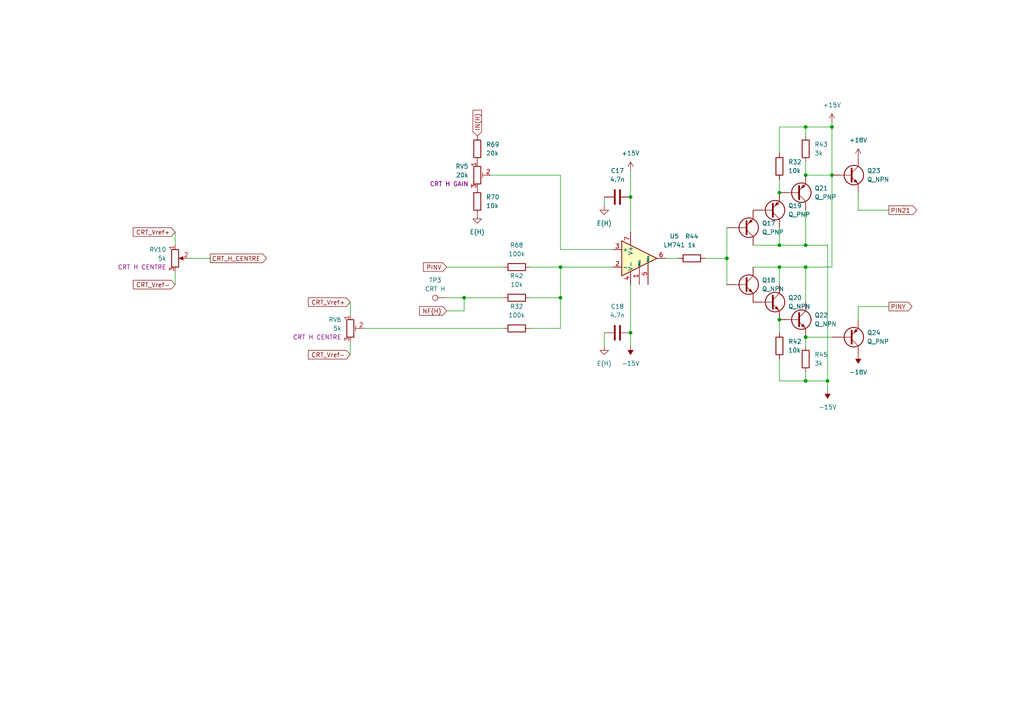
<source format=kicad_sch>
(kicad_sch (version 20250114) (generator "eeschema") (generator_version "9.0")
  (paper "A4")
  (lib_symbols
    (symbol "Amplifier_Operational:LM741" (pin_names (offset 0.127))
      (property "Reference" "U" (at 0 6.35 0))
      (property "Value" "LM741" (at 0 3.81 0))
      (symbol "LM741_0_1"
        (polyline (pts (xy -5.08 5.08) (xy 5.08 0) (xy -5.08 -5.08) (xy -5.08 5.08)) (stroke (width 0.254)) (fill (type background)))
      )
      (symbol "LM741_1_1"
        (pin input line (at -7.62 2.54 0) (length 2.54) (name "+") (number "3"))
        (pin input line (at -7.62 -2.54 0) (length 2.54) (name "-") (number "2"))
        (pin power_in line (at -2.54 7.62 270) (length 3.81) (name "V+") (number "7"))
        (pin power_in line (at -2.54 -7.62 90) (length 3.81) (name "V-") (number "4"))
        (pin no_connect line (at 0 2.54 270) (length 2.54) (hide yes) (name "NC") (number "8"))
        (pin input line (at 0 -7.62 90) (length 5.08) (name "NULL") (number "1"))
        (pin input line (at 2.54 -7.62 90) (length 6.35) (name "NULL") (number "5"))
        (pin output line (at 7.62 0 180) (length 2.54) (name "~") (number "6"))
      )
    )
    (symbol "Connector:TestPoint" (pin_numbers (hide yes)) (pin_names (offset 0.762) (hide yes))
      (property "Reference" "TP" (at 0 6.858 0))
      (property "Value" "TestPoint" (at 0 5.08 0))
      (symbol "TestPoint_0_1"
        (circle (center 0 3.302) (radius 0.762))
      )
      (symbol "TestPoint_1_1"
        (pin passive line (at 0 0 90) (length 2.54) (name "1") (number "1"))
      )
    )
    (symbol "Device:C" (pin_numbers (hide yes)) (pin_names (offset 0.254))
      (property "Reference" "C" (at 0.635 2.54 0))
      (property "Value" "C" (at 0.635 -2.54 0))
      (symbol "C_0_1"
        (polyline (pts (xy -2.032 0.762) (xy 2.032 0.762)) (stroke (width 0.508)))
        (polyline (pts (xy -2.032 -0.762) (xy 2.032 -0.762)) (stroke (width 0.508)))
      )
      (symbol "C_1_1"
        (pin passive line (at 0 3.81 270) (length 2.794) (name "~") (number "1"))
        (pin passive line (at 0 -3.81 90) (length 2.794) (name "~") (number "2"))
      )
    )
    (symbol "Device:Q_NPN" (pin_numbers (hide yes)) (pin_names (offset 0) (hide yes))
      (property "Reference" "Q" (at 5.08 1.27 0))
      (property "Value" "Q_NPN" (at 5.08 -1.27 0))
      (symbol "Q_NPN_0_1"
        (polyline (pts (xy -2.54 0) (xy 0.635 0)))
        (polyline (pts (xy 0.635 1.905) (xy 0.635 -1.905)) (stroke (width 0.508)))
        (polyline (pts (xy 0.635 0.635) (xy 2.54 2.54)))
        (polyline (pts (xy 0.635 -0.635) (xy 2.54 -2.54)))
        (circle (center 1.27 0) (radius 2.8194) (stroke (width 0.254)))
        (polyline (pts (xy 1.27 -1.778) (xy 1.778 -1.27) (xy 2.286 -2.286) (xy 1.27 -1.778)) (fill (type outline)))
      )
      (symbol "Q_NPN_1_1"
        (pin input line (at -5.08 0 0) (length 2.54) (name "B") (number "B"))
        (pin passive line (at 2.54 5.08 270) (length 2.54) (name "C") (number "C"))
        (pin passive line (at 2.54 -5.08 90) (length 2.54) (name "E") (number "E"))
      )
    )
    (symbol "Device:Q_PNP" (pin_numbers (hide yes)) (pin_names (offset 0) (hide yes))
      (property "Reference" "Q" (at 5.08 1.27 0))
      (property "Value" "Q_PNP" (at 5.08 -1.27 0))
      (symbol "Q_PNP_0_1"
        (polyline (pts (xy -2.54 0) (xy 0.635 0)))
        (polyline (pts (xy 0.635 1.905) (xy 0.635 -1.905)) (stroke (width 0.508)))
        (polyline (pts (xy 0.635 0.635) (xy 2.54 2.54)))
        (polyline (pts (xy 0.635 -0.635) (xy 2.54 -2.54)))
        (circle (center 1.27 0) (radius 2.8194) (stroke (width 0.254)))
        (polyline (pts (xy 2.286 -1.778) (xy 1.778 -2.286) (xy 1.27 -1.27) (xy 2.286 -1.778)) (fill (type outline)))
      )
      (symbol "Q_PNP_1_1"
        (pin input line (at -5.08 0 0) (length 2.54) (name "B") (number "B"))
        (pin passive line (at 2.54 5.08 270) (length 2.54) (name "C") (number "C"))
        (pin passive line (at 2.54 -5.08 90) (length 2.54) (name "E") (number "E"))
      )
    )
    (symbol "Device:R" (pin_numbers (hide yes)) (pin_names (offset 0))
      (property "Reference" "R" (at 2.032 0 90))
      (property "Value" "R" (at 0 0 90))
      (symbol "R_0_1"
        (rectangle (start -1.016 -2.54) (end 1.016 2.54) (stroke (width 0.254)))
      )
      (symbol "R_1_1"
        (pin passive line (at 0 3.81 270) (length 1.27) (name "~") (number "1"))
        (pin passive line (at 0 -3.81 90) (length 1.27) (name "~") (number "2"))
      )
    )
    (symbol "Device:R_Potentiometer" (pin_names (offset 1.016) (hide yes))
      (property "Reference" "RV" (at -4.445 0 90))
      (property "Value" "R_Potentiometer" (at -2.54 0 90))
      (symbol "R_Potentiometer_0_1"
        (rectangle (start 1.016 2.54) (end -1.016 -2.54) (stroke (width 0.254)))
        (polyline (pts (xy 1.143 0) (xy 2.286 0.508) (xy 2.286 -0.508) (xy 1.143 0)) (fill (type outline)))
        (polyline (pts (xy 2.54 0) (xy 1.524 0)))
      )
      (symbol "R_Potentiometer_1_1"
        (pin passive line (at 0 3.81 270) (length 1.27) (name "1") (number "1"))
        (pin passive line (at 0 -3.81 90) (length 1.27) (name "3") (number "3"))
        (pin passive line (at 3.81 0 180) (length 1.27) (name "2") (number "2"))
      )
    )
    (symbol "Device:R_Potentiometer_Trim" (pin_names (offset 1.016) (hide yes))
      (property "Reference" "RV" (at -4.445 0 90))
      (property "Value" "R_Potentiometer_Trim" (at -2.54 0 90))
      (symbol "R_Potentiometer_Trim_0_1"
        (rectangle (start 1.016 2.54) (end -1.016 -2.54) (stroke (width 0.254)))
        (polyline (pts (xy 1.524 0.762) (xy 1.524 -0.762)))
        (polyline (pts (xy 2.54 0) (xy 1.524 0)))
      )
      (symbol "R_Potentiometer_Trim_1_1"
        (pin passive line (at 0 3.81 270) (length 1.27) (name "1") (number "1"))
        (pin passive line (at 0 -3.81 90) (length 1.27) (name "3") (number "3"))
        (pin passive line (at 3.81 0 180) (length 1.27) (name "2") (number "2"))
      )
    )
    (symbol "power:+15V" (power) (pin_numbers (hide yes)) (pin_names (offset 0) (hide yes))
      (property "Value" "+15V" (at 0 3.556 0))
      (symbol "+15V_0_1"
        (polyline (pts (xy -0.762 1.27) (xy 0 2.54)))
        (polyline (pts (xy 0 2.54) (xy 0.762 1.27)))
        (polyline (pts (xy 0 0) (xy 0 2.54)))
      )
      (symbol "+15V_1_1"
        (pin power_in line (at 0 0 90) (length 0) (name "~") (number "1"))
      )
    )
    (symbol "power:-15V" (power) (pin_numbers (hide yes)) (pin_names (offset 0) (hide yes))
      (property "Value" "-15V" (at 0 3.556 0))
      (symbol "-15V_0_0"
        (pin power_in line (at 0 0 90) (length 0) (name "~") (number "1"))
      )
      (symbol "-15V_0_1"
        (polyline (pts (xy 0 0) (xy 0 1.27) (xy 0.762 1.27) (xy 0 2.54) (xy -0.762 1.27) (xy 0 1.27)) (fill (type outline)))
      )
    )
    (symbol "power:GND" (power) (pin_numbers (hide yes)) (pin_names (offset 0) (hide yes))
      (property "Value" "GND" (at 0 -3.81 0))
      (symbol "GND_0_1"
        (polyline (pts (xy 0 0) (xy 0 -1.27) (xy 1.27 -1.27) (xy 0 -2.54) (xy -1.27 -1.27) (xy 0 -1.27)))
      )
      (symbol "GND_1_1"
        (pin power_in line (at 0 0 270) (length 0) (name "~") (number "1"))
      )
    )
  )
  (junction (at 233.68 50.8))
  (junction (at 241.3 50.8))
  (junction (at 182.88 96.52))
  (junction (at 226.06 92.71))
  (junction (at 240.03 110.49))
  (junction (at 226.06 55.88))
  (junction (at 182.88 57.15))
  (junction (at 233.68 97.79))
  (junction (at 210.82 74.93))
  (junction (at 233.68 36.83))
  (junction (at 233.68 71.12))
  (junction (at 226.06 71.12))
  (junction (at 134.62 86.36))
  (junction (at 162.56 77.47))
  (junction (at 162.56 86.36))
  (junction (at 233.68 110.49))
  (junction (at 233.68 77.47))
  (junction (at 241.3 36.83))
  (junction (at 226.06 77.47))
  (wire (pts (xy 146.05 86.36) (xy 134.62 86.36)))
  (wire (pts (xy 210.82 74.93) (xy 210.82 82.55)))
  (wire (pts (xy 101.6 99.06) (xy 101.6 102.87)))
  (wire (pts (xy 193.04 74.93) (xy 196.85 74.93)))
  (wire (pts (xy 162.56 50.8) (xy 162.56 72.39)))
  (wire (pts (xy 162.56 77.47) (xy 162.56 86.36)))
  (wire (pts (xy 233.68 60.96) (xy 233.68 71.12)))
  (wire (pts (xy 129.54 77.47) (xy 146.05 77.47)))
  (wire (pts (xy 248.92 92.71) (xy 248.92 88.9)))
  (wire (pts (xy 233.68 107.95) (xy 233.68 110.49)))
  (wire (pts (xy 134.62 86.36) (xy 134.62 90.17)))
  (wire (pts (xy 129.54 86.36) (xy 134.62 86.36)))
  (wire (pts (xy 210.82 66.04) (xy 210.82 74.93)))
  (wire (pts (xy 226.06 104.14) (xy 226.06 110.49)))
  (wire (pts (xy 182.88 96.52) (xy 182.88 82.55)))
  (wire (pts (xy 226.06 52.07) (xy 226.06 55.88)))
  (wire (pts (xy 233.68 36.83) (xy 241.3 36.83)))
  (wire (pts (xy 240.03 71.12) (xy 233.68 71.12)))
  (wire (pts (xy 182.88 100.33) (xy 182.88 96.52)))
  (wire (pts (xy 142.24 50.8) (xy 162.56 50.8)))
  (wire (pts (xy 226.06 66.04) (xy 226.06 71.12)))
  (wire (pts (xy 226.06 77.47) (xy 226.06 82.55)))
  (wire (pts (xy 204.47 74.93) (xy 210.82 74.93)))
  (wire (pts (xy 182.88 57.15) (xy 182.88 67.31)))
  (wire (pts (xy 233.68 71.12) (xy 226.06 71.12)))
  (wire (pts (xy 153.67 95.25) (xy 162.56 95.25)))
  (wire (pts (xy 182.88 49.53) (xy 182.88 57.15)))
  (wire (pts (xy 233.68 87.63) (xy 233.68 77.47)))
  (wire (pts (xy 241.3 77.47) (xy 233.68 77.47)))
  (wire (pts (xy 50.8 67.31) (xy 50.8 71.12)))
  (wire (pts (xy 162.56 77.47) (xy 177.8 77.47)))
  (wire (pts (xy 218.44 77.47) (xy 226.06 77.47)))
  (wire (pts (xy 233.68 77.47) (xy 226.06 77.47)))
  (wire (pts (xy 226.06 36.83) (xy 233.68 36.83)))
  (wire (pts (xy 50.8 78.74) (xy 50.8 82.55)))
  (wire (pts (xy 240.03 113.03) (xy 240.03 110.49)))
  (wire (pts (xy 248.92 88.9) (xy 257.81 88.9)))
  (wire (pts (xy 226.06 44.45) (xy 226.06 36.83)))
  (wire (pts (xy 129.54 90.17) (xy 134.62 90.17)))
  (wire (pts (xy 226.06 110.49) (xy 233.68 110.49)))
  (wire (pts (xy 241.3 35.56) (xy 241.3 36.83)))
  (wire (pts (xy 105.41 95.25) (xy 146.05 95.25)))
  (wire (pts (xy 175.26 100.33) (xy 175.26 96.52)))
  (wire (pts (xy 233.68 46.99) (xy 233.68 50.8)))
  (wire (pts (xy 248.92 55.88) (xy 248.92 60.96)))
  (wire (pts (xy 218.44 71.12) (xy 226.06 71.12)))
  (wire (pts (xy 54.61 74.93) (xy 60.96 74.93)))
  (wire (pts (xy 241.3 36.83) (xy 241.3 50.8)))
  (wire (pts (xy 162.56 72.39) (xy 177.8 72.39)))
  (wire (pts (xy 233.68 50.8) (xy 241.3 50.8)))
  (wire (pts (xy 241.3 50.8) (xy 241.3 77.47)))
  (wire (pts (xy 226.06 92.71) (xy 226.06 96.52)))
  (wire (pts (xy 153.67 77.47) (xy 162.56 77.47)))
  (wire (pts (xy 233.68 39.37) (xy 233.68 36.83)))
  (wire (pts (xy 175.26 59.69) (xy 175.26 57.15)))
  (wire (pts (xy 233.68 97.79) (xy 233.68 100.33)))
  (wire (pts (xy 153.67 86.36) (xy 162.56 86.36)))
  (wire (pts (xy 162.56 95.25) (xy 162.56 86.36)))
  (wire (pts (xy 233.68 110.49) (xy 240.03 110.49)))
  (wire (pts (xy 240.03 110.49) (xy 240.03 71.12)))
  (wire (pts (xy 241.3 97.79) (xy 233.68 97.79)))
  (wire (pts (xy 101.6 87.63) (xy 101.6 91.44)))
  (wire (pts (xy 248.92 60.96) (xy 257.81 60.96)))
  (global_label "PINY" (shape output) (at 257.81 88.9 0) (property "Intersheetrefs" "${INTERSHEET_REFS}" (effects (hide yes))))
  (global_label "CRT_Vref-" (shape input) (at 50.8 82.55 180) (property "Intersheetrefs" "${INTERSHEET_REFS}" (effects (hide yes))))
  (global_label "NF(H)" (shape input) (at 129.54 90.17 180) (property "Intersheetrefs" "${INTERSHEET_REFS}" (effects (hide yes))))
  (global_label "PIN21" (shape output) (at 257.81 60.96 0) (property "Intersheetrefs" "${INTERSHEET_REFS}" (effects (hide yes))))
  (global_label "CRT_Vref+" (shape input) (at 101.6 87.63 180) (property "Intersheetrefs" "${INTERSHEET_REFS}" (effects (hide yes))))
  (global_label "CRT_Vref+" (shape input) (at 50.8 67.31 180) (property "Intersheetrefs" "${INTERSHEET_REFS}" (effects (hide yes))))
  (global_label "IN(H)" (shape input) (at 138.43 39.37 90) (property "Intersheetrefs" "${INTERSHEET_REFS}" (effects (hide yes))))
  (global_label "CRT_Vref-" (shape input) (at 101.6 102.87 180) (property "Intersheetrefs" "${INTERSHEET_REFS}" (effects (hide yes))))
  (global_label "PINV" (shape input) (at 129.54 77.47 180) (property "Intersheetrefs" "${INTERSHEET_REFS}" (effects (hide yes))))
  (global_label "CRT_H_CENTRE" (shape output) (at 60.96 74.93 0) (property "Intersheetrefs" "${INTERSHEET_REFS}" (effects (hide yes))))
  (symbol (lib_id "Device:C") (at 179.07 57.15 90) (unit 1)
    (property "Reference" "C17" (at 179.07 49.53 90))
    (property "Value" "4.7n" (at 179.07 52.07 90))
    (property "Description" "Unpolarized capacitor" (effects (hide yes)))
  )
  (symbol (lib_id "power:-15V") (at 248.92 102.87 180) (unit 1)
    (property "Reference" "#PWR035" (effects (hide yes)))
    (property "Value" "-18V" (at 248.92 107.95 0))
    (property "Description" "Power symbol creates a global label with name \"-15V\"" (effects (hide yes)))
  )
  (symbol (lib_id "Device:Q_PNP") (at 215.9 66.04 0) (mirror x) (unit 1)
    (property "Reference" "Q17" (at 220.98 64.7699 0) (effects (justify left)))
    (property "Value" "Q_PNP" (at 220.98 67.3099 0) (effects (justify left)))
    (property "Description" "PNP bipolar junction transistor" (effects (hide yes)))
  )
  (symbol (lib_id "Device:R") (at 149.86 95.25 90) (unit 1)
    (property "Reference" "R32" (at 149.86 88.9 90))
    (property "Value" "100k" (at 149.86 91.44 90))
    (property "Description" "Resistor" (effects (hide yes)))
  )
  (symbol (lib_id "power:-15V") (at 182.88 100.33 180) (unit 1)
    (property "Reference" "#PWR011" (effects (hide yes)))
    (property "Value" "-15V" (at 182.88 105.41 0))
    (property "Description" "Power symbol creates a global label with name \"-15V\"" (effects (hide yes)))
  )
  (symbol (lib_id "power:+15V") (at 248.92 45.72 0) (unit 1)
    (property "Reference" "#PWR034" (effects (hide yes)))
    (property "Value" "+18V" (at 248.92 40.64 0))
    (property "Description" "Power symbol creates a global label with name \"+15V\"" (effects (hide yes)))
  )
  (symbol (lib_id "Device:R_Potentiometer") (at 50.8 74.93 0) (unit 1)
    (property "Reference" "RV10" (at 48.26 72.3899 0) (effects (justify right)))
    (property "Value" "5k" (at 48.26 74.9299 0) (effects (justify right)))
    (property "Description" "CRT H CENTRE" (at 48.26 77.4699 0) (effects (justify right)))
  )
  (symbol (lib_id "Device:Q_PNP") (at 246.38 97.79 0) (mirror x) (unit 1)
    (property "Reference" "Q24" (at 251.46 96.5199 0) (effects (justify left)))
    (property "Value" "Q_PNP" (at 251.46 99.0599 0) (effects (justify left)))
    (property "Description" "PNP bipolar junction transistor" (effects (hide yes)))
  )
  (symbol (lib_id "power:-15V") (at 240.03 113.03 180) (unit 1)
    (property "Reference" "#PWR032" (effects (hide yes)))
    (property "Value" "-15V" (at 240.03 118.11 0))
    (property "Description" "Power symbol creates a global label with name \"-15V\"" (effects (hide yes)))
  )
  (symbol (lib_id "Device:R") (at 233.68 104.14 0) (unit 1)
    (property "Reference" "R45" (at 236.22 102.8699 0) (effects (justify left)))
    (property "Value" "3k" (at 236.22 105.4099 0) (effects (justify left)))
    (property "Description" "Resistor" (effects (hide yes)))
  )
  (symbol (lib_id "Device:R") (at 149.86 77.47 90) (unit 1)
    (property "Reference" "R68" (at 149.86 71.12 90))
    (property "Value" "100k" (at 149.86 73.66 90))
    (property "Description" "Resistor" (effects (hide yes)))
  )
  (symbol (lib_id "Device:Q_NPN") (at 215.9 82.55 0) (unit 1)
    (property "Reference" "Q18" (at 220.98 81.2799 0) (effects (justify left)))
    (property "Value" "Q_NPN" (at 220.98 83.8199 0) (effects (justify left)))
    (property "Description" "NPN bipolar junction transistor" (effects (hide yes)))
  )
  (symbol (lib_id "Device:R") (at 149.86 86.36 90) (unit 1)
    (property "Reference" "R42" (at 149.86 80.01 90))
    (property "Value" "10k" (at 149.86 82.55 90))
    (property "Description" "Resistor" (effects (hide yes)))
  )
  (symbol (lib_id "Amplifier_Operational:LM741") (at 185.42 74.93 0) (unit 1)
    (property "Reference" "U5" (at 195.58 68.5098 0))
    (property "Value" "LM741" (at 195.58 71.0498 0))
    (property "Datasheet" "http://www.ti.com/lit/ds/symlink/lm741.pdf" (effects (hide yes)))
    (property "Description" "Operational Amplifier, DIP-8/TO-99-8" (effects (hide yes)))
  )
  (symbol (lib_id "Device:Q_NPN") (at 231.14 92.71 0) (unit 1)
    (property "Reference" "Q22" (at 236.22 91.4399 0) (effects (justify left)))
    (property "Value" "Q_NPN" (at 236.22 93.9799 0) (effects (justify left)))
    (property "Description" "NPN bipolar junction transistor" (effects (hide yes)))
  )
  (symbol (lib_id "Device:Q_NPN") (at 246.38 50.8 0) (unit 1)
    (property "Reference" "Q23" (at 251.46 49.5299 0) (effects (justify left)))
    (property "Value" "Q_NPN" (at 251.46 52.0699 0) (effects (justify left)))
    (property "Description" "NPN bipolar junction transistor" (effects (hide yes)))
  )
  (symbol (lib_id "Device:R_Potentiometer_Trim") (at 138.43 50.8 0) (unit 1)
    (property "Reference" "RV5" (at 135.89 48.2599 0) (effects (justify right)))
    (property "Value" "20k" (at 135.89 50.7999 0) (effects (justify right)))
    (property "Description" "CRT H GAIN" (at 135.89 53.3399 0) (effects (justify right)))
  )
  (symbol (lib_id "Connector:TestPoint") (at 129.54 86.36 90) (unit 1)
    (property "Reference" "TP3" (at 126.238 81.28 90))
    (property "Value" "CRT H" (at 126.238 83.82 90))
    (property "Description" "test point" (effects (hide yes)))
  )
  (symbol (lib_id "power:GND") (at 138.43 62.23 0) (unit 1)
    (property "Reference" "#PWR059" (effects (hide yes)))
    (property "Value" "E(H)" (at 138.43 67.31 0))
    (property "Description" "Power symbol creates a global label with name \"GND\" , ground" (effects (hide yes)))
  )
  (symbol (lib_id "Device:R") (at 233.68 43.18 0) (unit 1)
    (property "Reference" "R43" (at 236.22 41.9099 0) (effects (justify left)))
    (property "Value" "3k" (at 236.22 44.4499 0) (effects (justify left)))
    (property "Description" "Resistor" (effects (hide yes)))
  )
  (symbol (lib_id "power:GND") (at 175.26 100.33 0) (unit 1)
    (property "Reference" "#PWR060" (effects (hide yes)))
    (property "Value" "E(H)" (at 175.26 105.41 0))
    (property "Description" "Power symbol creates a global label with name \"GND\" , ground" (effects (hide yes)))
  )
  (symbol (lib_id "Device:Q_PNP") (at 231.14 55.88 0) (mirror x) (unit 1)
    (property "Reference" "Q21" (at 236.22 54.6099 0) (effects (justify left)))
    (property "Value" "Q_PNP" (at 236.22 57.1499 0) (effects (justify left)))
    (property "Description" "PNP bipolar junction transistor" (effects (hide yes)))
  )
  (symbol (lib_id "Device:R") (at 226.06 48.26 0) (unit 1)
    (property "Reference" "R32" (at 228.6 46.9899 0) (effects (justify left)))
    (property "Value" "10k" (at 228.6 49.5299 0) (effects (justify left)))
    (property "Description" "Resistor" (effects (hide yes)))
  )
  (symbol (lib_id "Device:Q_PNP") (at 223.52 60.96 0) (mirror x) (unit 1)
    (property "Reference" "Q19" (at 228.6 59.6899 0) (effects (justify left)))
    (property "Value" "Q_PNP" (at 228.6 62.2299 0) (effects (justify left)))
    (property "Description" "PNP bipolar junction transistor" (effects (hide yes)))
  )
  (symbol (lib_id "Device:R") (at 138.43 43.18 0) (unit 1)
    (property "Reference" "R69" (at 140.97 41.9099 0) (effects (justify left)))
    (property "Value" "20k" (at 140.97 44.4499 0) (effects (justify left)))
    (property "Description" "Resistor" (effects (hide yes)))
  )
  (symbol (lib_id "Device:Q_NPN") (at 223.52 87.63 0) (unit 1)
    (property "Reference" "Q20" (at 228.6 86.3599 0) (effects (justify left)))
    (property "Value" "Q_NPN" (at 228.6 88.8999 0) (effects (justify left)))
    (property "Description" "NPN bipolar junction transistor" (effects (hide yes)))
  )
  (symbol (lib_id "Device:R") (at 138.43 58.42 0) (unit 1)
    (property "Reference" "R70" (at 140.97 57.1499 0) (effects (justify left)))
    (property "Value" "10k" (at 140.97 59.6899 0) (effects (justify left)))
    (property "Description" "Resistor" (effects (hide yes)))
  )
  (symbol (lib_id "Device:C") (at 179.07 96.52 90) (unit 1)
    (property "Reference" "C18" (at 179.07 88.9 90))
    (property "Value" "4.7n" (at 179.07 91.44 90))
    (property "Description" "Unpolarized capacitor" (effects (hide yes)))
  )
  (symbol (lib_id "power:+15V") (at 241.3 35.56 0) (unit 1)
    (property "Reference" "#PWR033" (effects (hide yes)))
    (property "Value" "+15V" (at 241.3 30.48 0))
    (property "Description" "Power symbol creates a global label with name \"+15V\"" (effects (hide yes)))
  )
  (symbol (lib_id "Device:R") (at 200.66 74.93 90) (unit 1)
    (property "Reference" "R44" (at 200.66 68.58 90))
    (property "Value" "1k" (at 200.66 71.12 90))
    (property "Description" "Resistor" (effects (hide yes)))
  )
  (symbol (lib_id "power:GND") (at 175.26 59.69 0) (unit 1)
    (property "Reference" "#PWR061" (effects (hide yes)))
    (property "Value" "E(H)" (at 175.26 64.77 0))
    (property "Description" "Power symbol creates a global label with name \"GND\" , ground" (effects (hide yes)))
  )
  (symbol (lib_id "power:+15V") (at 182.88 49.53 0) (unit 1)
    (property "Reference" "#PWR05" (effects (hide yes)))
    (property "Value" "+15V" (at 182.88 44.45 0))
    (property "Description" "Power symbol creates a global label with name \"+15V\"" (effects (hide yes)))
  )
  (symbol (lib_id "Device:R") (at 226.06 100.33 0) (unit 1)
    (property "Reference" "R42" (at 228.6 99.0599 0) (effects (justify left)))
    (property "Value" "10k" (at 228.6 101.5999 0) (effects (justify left)))
    (property "Description" "Resistor" (effects (hide yes)))
  )
  (symbol (lib_id "Device:R_Potentiometer_Trim") (at 101.6 95.25 0) (unit 1)
    (property "Reference" "RV6" (at 99.06 92.7099 0) (effects (justify right)))
    (property "Value" "5k" (at 99.06 95.2499 0) (effects (justify right)))
    (property "Description" "CRT H CENTRE" (at 99.06 97.7899 0) (effects (justify right)))
  )
)
</source>
